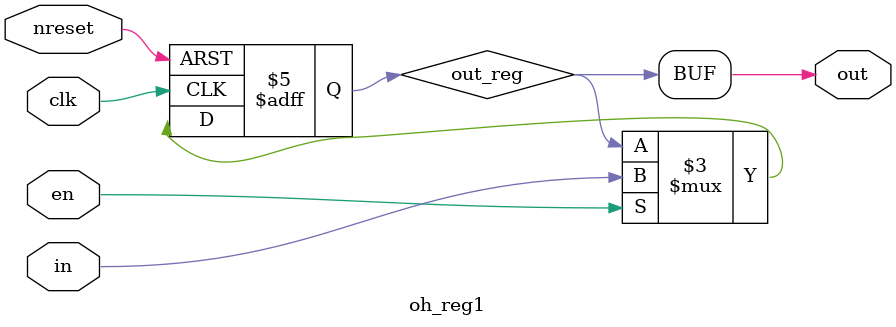
<source format=v>

module oh_reg1 #(parameter DW = 1            // data width
		 ) 
   ( input           nreset, //async active low reset
     input 	     clk, // clk
     input 	     en, // write enable
     input [DW-1:0]  in, // input data
     output [DW-1:0] out  // output data (stable/latched when clk=1)
     );
   
   reg [DW-1:0]      out_reg;	   
   always @ (posedge clk or negedge nreset)
     if(!nreset)
       out_reg[DW-1:0] <= 'b0;
     else if(en)	      
       out_reg[DW-1:0] <= in[DW-1:0];
   assign out[DW-1:0] = out_reg[DW-1:0];	   
   
endmodule // ohr_reg1






</source>
